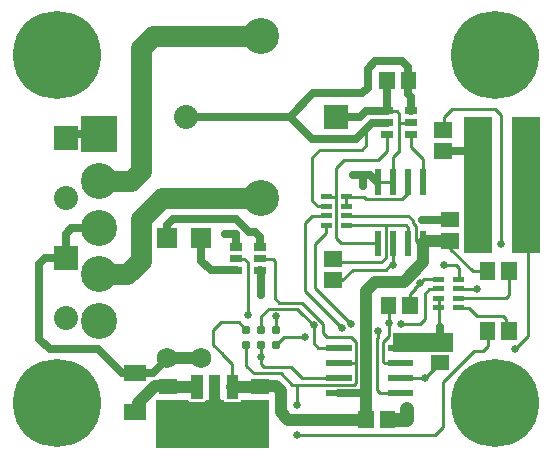
<source format=gbr>
G04 start of page 2 for group 0 idx 0 *
G04 Title: (unknown), top *
G04 Creator: pcb 20140316 *
G04 CreationDate: Wed 15 Apr 2020 03:26:38 PM GMT UTC *
G04 For: railfan *
G04 Format: Gerber/RS-274X *
G04 PCB-Dimensions (mil): 1800.00 1500.00 *
G04 PCB-Coordinate-Origin: lower left *
%MOIN*%
%FSLAX25Y25*%
%LNTOP*%
%ADD35C,0.0390*%
%ADD34C,0.0380*%
%ADD33C,0.0600*%
%ADD32C,0.1285*%
%ADD31C,0.0480*%
%ADD30C,0.0120*%
%ADD29C,0.0260*%
%ADD28C,0.0310*%
%ADD27R,0.0200X0.0200*%
%ADD26R,0.0550X0.0550*%
%ADD25R,0.0945X0.0945*%
%ADD24R,0.0378X0.0378*%
%ADD23R,0.0512X0.0512*%
%ADD22R,0.0167X0.0167*%
%ADD21R,0.0240X0.0240*%
%ADD20C,0.0680*%
%ADD19C,0.1200*%
%ADD18C,0.2937*%
%ADD17C,0.0800*%
%ADD16C,0.0700*%
%ADD15C,0.0450*%
%ADD14C,0.0400*%
%ADD13C,0.0100*%
%ADD12C,0.0250*%
%ADD11C,0.0001*%
G54D11*G36*
X50000Y18000D02*X60579D01*
X60631Y17874D01*
X60730Y17713D01*
X60853Y17570D01*
X60996Y17447D01*
X61158Y17348D01*
X61332Y17276D01*
X61516Y17232D01*
X61704Y17221D01*
X65672Y17232D01*
X65856Y17276D01*
X66030Y17348D01*
X66192Y17447D01*
X66335Y17570D01*
X66458Y17713D01*
X66556Y17874D01*
X66609Y18000D01*
X72391D01*
X72443Y17874D01*
X72542Y17713D01*
X72665Y17570D01*
X72808Y17447D01*
X72970Y17348D01*
X73144Y17276D01*
X73328Y17232D01*
X73516Y17221D01*
X77484Y17232D01*
X77668Y17276D01*
X77842Y17348D01*
X78004Y17447D01*
X78147Y17570D01*
X78270Y17713D01*
X78368Y17874D01*
X78421Y18000D01*
X87500D01*
Y2000D01*
X50000D01*
Y18000D01*
G37*
G36*
X129000Y40500D02*X140500D01*
Y34000D01*
X129000D01*
Y39441D01*
X129005Y39500D01*
X129000Y39559D01*
Y40500D01*
G37*
G36*
X137500D02*X149000D01*
Y34000D01*
X147637D01*
X147609Y34007D01*
X147452Y34016D01*
X141391Y34007D01*
X141363Y34000D01*
X137500D01*
Y40500D01*
G37*
G36*
X178000Y67000D02*X168500D01*
Y112500D01*
X178000D01*
Y67000D01*
G37*
G36*
X162000D02*X152500D01*
Y112500D01*
X162000D01*
Y67000D01*
G37*
G54D12*X126800Y114400D02*X119900D01*
G54D13*X126900D02*X130100D01*
G54D12*X119900D02*X118000Y112500D01*
X110000D01*
X60000D02*X94500D01*
G54D13*X130100Y114400D02*X131000Y113500D01*
G54D12*X126800Y110500D02*X122000D01*
G54D13*X127000Y106400D02*X126800Y106600D01*
G54D12*X122000Y110500D02*X116500Y105000D01*
G54D13*X120000Y108500D02*Y103000D01*
G54D12*X116500Y105000D02*X102000D01*
X99000Y108000D01*
X94500Y112500D02*X100500Y106500D01*
X94500Y112500D02*X102000Y120000D01*
X102250Y120250D02*X118750D01*
X120500Y122000D01*
G54D13*X113348Y85724D02*Y82575D01*
Y85724D02*X119276D01*
X120000Y85000D01*
X110000Y72000D02*Y95500D01*
G54D12*X121250Y93000D02*X123500Y90750D01*
X121250Y93000D02*X115500D01*
X119000D02*Y89500D01*
G54D13*X106652Y82575D02*X103925D01*
X106652Y76276D02*Y73652D01*
X103000Y70000D01*
X106652Y79425D02*X101925D01*
X99500Y77000D01*
X103925Y82575D02*X102000Y84500D01*
Y99000D01*
X104500Y101500D01*
X113500Y98000D02*X124000D01*
X104500Y101500D02*X118500D01*
X120000Y103000D02*X118500Y101500D01*
X110000Y95500D02*X112500Y98000D01*
X116000D01*
X110000Y85700D02*X106676D01*
X106652Y85724D01*
X129000Y90750D02*Y99000D01*
X131000Y101000D01*
X130500Y100500D01*
X124000Y90750D02*X129000D01*
X124000Y98000D02*X127000Y101000D01*
X134000Y90750D02*Y87000D01*
X132000Y85000D01*
X120000D01*
G54D12*X156500Y101000D02*X145043D01*
G54D13*X124000Y70250D02*X111750D01*
X110000Y72000D01*
X113348Y76276D02*X129776D01*
X113348Y79425D02*X134075D01*
X116000Y64000D02*X121000D01*
X125000D02*X110043D01*
X115500Y61500D02*X125500D01*
G54D12*X138500Y78000D02*X147914D01*
X148000Y78086D01*
G54D14*Y71000D02*X139750D01*
X139000Y70250D01*
G54D13*X148000Y71000D02*Y68500D01*
X146000Y63000D02*X149500D01*
X150000D02*X148500D01*
X150848Y58224D02*Y62152D01*
X150000Y63000D01*
X144152Y58224D02*X139224D01*
X148000Y68500D02*X155500Y61000D01*
X133224Y76276D02*X134000Y75500D01*
Y70250D01*
X133224Y76276D02*X133250Y76250D01*
X134075Y79425D02*X135500Y78000D01*
Y77000D01*
X126500Y65500D02*Y76276D01*
X133224D01*
X139000Y70250D02*X137250D01*
X136500Y71000D01*
G54D14*X139000Y70250D02*Y64000D01*
X134750Y59750D01*
G54D13*X136500Y71000D02*Y76000D01*
X135500Y77000D01*
X125000Y64000D02*X126500Y65500D01*
X129000Y70250D02*Y63000D01*
X128000D01*
X126500Y61500D01*
X124543D01*
X80500Y64000D02*Y52000D01*
Y53500D02*Y46500D01*
X89500Y64500D02*Y52000D01*
X91000Y50500D01*
X98500D01*
X87500Y48500D02*X97000D01*
X102500Y43000D02*X98000Y47500D01*
X98500Y50500D02*X105500Y43500D01*
X85000Y41500D02*Y46000D01*
X97000Y48500D02*X99000Y46500D01*
X90000Y46000D02*Y41500D01*
X99500Y54500D02*X112000Y42000D01*
X103000Y55500D02*X111000Y47500D01*
X75406Y22358D02*Y30094D01*
X72000Y33500D01*
X69000Y36500D02*X72250Y33250D01*
X80000Y36500D02*Y29500D01*
X82500Y27000D01*
X80000Y41500D02*X77500Y44000D01*
X71500D01*
X69000Y41500D01*
Y36500D01*
X90000D02*X92500Y39000D01*
G54D14*X75406Y22406D02*X84363D01*
X84500Y22543D01*
X91500Y21000D02*Y14000D01*
X94000Y11500D01*
G54D13*X97000Y16500D02*Y23000D01*
X96900Y23100D01*
G54D14*X84500Y22543D02*X89957D01*
X91500Y21000D01*
G54D13*X82500Y27000D02*X91500D01*
X95400Y23100D02*X91500Y27000D01*
X87000D01*
X96500Y27500D02*X98500Y25500D01*
X85000Y30000D02*X86000Y29000D01*
X95000D01*
X97500Y26500D01*
X85000Y30000D02*Y36500D01*
X92500Y39000D02*X99500D01*
X98500Y25500D02*X110950D01*
X112400Y23100D02*X98800D01*
X102600D02*X95400D01*
G54D14*X119957Y11457D02*X94043D01*
X92750Y12750D01*
G54D13*X110950Y35500D02*X104000D01*
X102500Y37000D01*
Y43000D01*
X105500Y43500D02*Y40500D01*
X107000Y39000D01*
X115000D01*
X116500Y37500D01*
X115000Y43500D02*X110750Y47750D01*
X116500Y37500D02*Y24000D01*
X111900Y23100D02*X115800D01*
X116500Y23800D01*
Y24500D01*
Y30500D02*X110950D01*
G54D12*Y20500D02*X119957D01*
G54D14*Y11500D02*Y47457D01*
G54D13*X139000Y90750D02*Y98500D01*
X135000Y102500D01*
Y106600D01*
X131000Y113500D02*Y101000D01*
X127000D02*Y106400D01*
X146000Y108000D02*Y112500D01*
X148500Y115000D01*
X163000D01*
X165000Y113000D01*
Y70000D01*
X135000Y110500D02*X131000D01*
G54D12*X135000Y119000D02*Y114400D01*
X126957Y114443D02*X127000Y114400D01*
X132000Y131000D02*X134000Y129000D01*
X123000Y131000D02*X132000D01*
X133000Y130000D01*
X134000Y129000D02*Y124543D01*
X134043Y124500D02*Y119957D01*
X135000Y119000D01*
X126957Y124500D02*Y114443D01*
X134000Y124543D02*X134043Y124500D01*
X120500Y122000D02*Y128500D01*
X123000Y131000D01*
G54D13*X97000Y6500D02*X143000D01*
X123500Y21500D02*X124500Y20500D01*
X131450Y25500D02*X139543D01*
X124000Y39000D02*X123500Y38500D01*
Y21500D01*
X143000Y6500D02*X145500Y9000D01*
Y24000D01*
G54D15*X133500Y15000D02*Y11500D01*
X127543D01*
G54D13*X124500Y20500D02*X131450D01*
X125500Y37500D02*Y31000D01*
X126000Y30500D01*
X131450D01*
X109000Y57957D02*X111957D01*
X115500Y61500D01*
G54D14*X119957Y46543D02*Y54457D01*
X123000Y57500D01*
X132500D01*
X136500Y61500D01*
G54D13*X139224Y58224D02*X136000Y55000D01*
X144152Y55075D02*X141075D01*
X139500Y53500D01*
X127457Y49500D02*Y43543D01*
X139500Y53500D02*Y45000D01*
X145500Y24000D02*X156000Y34500D01*
X169500Y35000D02*X171500Y37000D01*
X160457Y35957D02*X159000Y34500D01*
X156000D01*
X154000Y32500D01*
X173900Y39400D02*X169500Y35000D01*
X139543Y25500D02*X144500Y30457D01*
X134500Y49457D02*X134543Y49500D01*
X134500Y48500D02*Y53500D01*
X136500Y55500D01*
X144152Y51925D02*Y42848D01*
X139500Y45000D02*X138000Y43500D01*
X127457Y43543D02*X127500Y43500D01*
X124000Y41000D02*Y39000D01*
X127500Y43500D02*Y39500D01*
X125500Y37500D01*
G54D12*X144500Y37543D02*Y42500D01*
G54D13*X144152Y42848D02*X144500Y42500D01*
X138000Y43500D02*X131500D01*
X173900Y77550D02*Y39400D01*
X150848Y48776D02*X154224D01*
X157000Y46000D01*
X165500D02*X166500Y45000D01*
X167500Y53000D02*Y60957D01*
X167543Y61000D01*
X166500Y45000D02*Y41043D01*
X166543Y41000D01*
X160457D02*Y35957D01*
X157000Y46000D02*X165500D01*
X150848Y51925D02*X166425D01*
X167500Y53000D01*
X150848Y55075D02*X156925D01*
X157000Y55000D01*
X155500Y61000D02*X160457D01*
G54D16*X52000Y85500D02*X85000D01*
G54D12*X53500Y72000D02*Y76500D01*
X55500Y78500D01*
X76500D01*
X68300Y61200D02*X65000Y64500D01*
Y72000D01*
G54D13*X79400Y65100D02*X80500Y64000D01*
X84700Y65100D02*X88900D01*
X89500Y64500D01*
G54D12*X76500Y69000D02*Y73500D01*
X73000D01*
X84500Y72500D02*Y69200D01*
X84700Y69000D01*
G54D13*X76500Y65100D02*X79400D01*
G54D12*X76500Y78500D02*X81000Y74000D01*
X83000D01*
X84500Y72500D01*
X76500Y61200D02*X68300D01*
X85000Y53000D02*Y60900D01*
X84700Y61200D01*
G54D13*X99500Y77000D02*Y54500D01*
X103000Y70000D02*Y55500D01*
G54D12*X31000Y106700D02*X21200D01*
X20000Y105500D01*
G54D16*X45000Y94500D02*Y135500D01*
X49000Y139500D01*
X85000D01*
G54D12*X20000Y73500D02*X22000Y75500D01*
X31000D01*
X20000Y65500D02*Y73500D01*
X21750Y75250D01*
G54D16*X40400Y59900D02*X45000Y64500D01*
G54D12*X29800Y45500D02*X31000Y44300D01*
G54D16*Y91100D02*X41600D01*
X45000Y94500D01*
X31000Y59900D02*X40400D01*
X45000Y64500D02*Y78500D01*
X52000Y85500D01*
G54D13*X54000Y72000D02*Y71500D01*
X85000Y46000D02*X87500Y48500D01*
G54D12*X49000Y27000D02*X42084D01*
X42000Y27084D01*
X43000Y27000D02*X38500D01*
X30500Y35000D01*
X26000D01*
X11000Y41000D02*Y63500D01*
X13000Y65500D01*
X20000D01*
X27000Y35000D02*X14500D01*
X11000Y38500D01*
Y46500D01*
X54000Y32000D02*X49000Y27000D01*
G54D14*X53500Y32000D02*X65000D01*
X63594Y22358D02*X54185D01*
X54000Y22543D01*
X49543D01*
X44000Y17000D01*
Y15000D01*
X43000Y14000D01*
G54D17*X60000Y112500D03*
G54D18*X17000Y133000D03*
G54D11*G36*
X25000Y112700D02*Y100700D01*
X37000D01*
Y112700D01*
X25000D01*
G37*
G54D19*X31000Y91100D03*
G54D11*G36*
X16000Y109500D02*Y101500D01*
X24000D01*
Y109500D01*
X16000D01*
G37*
G36*
X106000Y116500D02*Y108500D01*
X114000D01*
Y116500D01*
X106000D01*
G37*
G54D19*X85000Y85500D03*
Y139500D03*
G54D18*X163000Y133000D03*
X17000Y17000D03*
G54D19*X31000Y75500D03*
Y59900D03*
Y44300D03*
G54D11*G36*
X16000Y69500D02*Y61500D01*
X24000D01*
Y69500D01*
X16000D01*
G37*
G54D17*X20000Y45500D03*
Y85500D03*
G54D11*G36*
X50100Y75400D02*Y68600D01*
X56900D01*
Y75400D01*
X50100D01*
G37*
G36*
X61600D02*Y68600D01*
X68400D01*
Y75400D01*
X61600D01*
G37*
G54D20*X53500Y32000D03*
G54D18*X163000Y17000D03*
G54D20*X65000Y32000D03*
G54D21*X75700Y69000D02*X77300D01*
X75700Y65100D02*X77300D01*
X75700Y61200D02*X77300D01*
X83900D02*X85500D01*
X83900Y65100D02*X85500D01*
X83900Y69000D02*X85500D01*
G54D22*X105717Y85724D02*X107587D01*
X112413D02*X114283D01*
X105717Y82575D02*X107587D01*
X105717Y79425D02*X107587D01*
X105717Y76276D02*X107587D01*
X112413D02*X114283D01*
X112413Y79425D02*X114283D01*
X112413Y82575D02*X114283D01*
G54D23*X108607Y57957D02*X109393D01*
X108607Y65043D02*X109393D01*
G54D24*X63594Y24405D02*Y20311D01*
G54D23*X53607Y22543D02*X54393D01*
G54D24*X75406Y24405D02*Y20311D01*
X69500Y24405D02*Y12595D01*
G54D25*Y10861D02*Y8971D01*
G54D11*G36*
X71385Y18426D02*X74225Y15586D01*
X72805Y14166D01*
X69965Y17006D01*
X71385Y18426D01*
G37*
G36*
X64775Y15586D02*X67615Y18426D01*
X69035Y17006D01*
X66195Y14166D01*
X64775Y15586D01*
G37*
G54D23*X53607Y15457D02*X54393D01*
G54D26*X42000Y14000D02*X44000D01*
X42000Y27000D02*X44000D01*
G54D27*X139000Y94000D02*Y87500D01*
G54D23*X147607Y78086D02*X148393D01*
X145107Y100957D02*X145893D01*
X145107Y108043D02*X145893D01*
G54D27*X134000Y94000D02*Y87500D01*
X129000Y94000D02*Y87500D01*
X124000Y94000D02*Y87500D01*
Y73500D02*Y67000D01*
X129000Y73500D02*Y67000D01*
X134000Y73500D02*Y67000D01*
G54D23*X134043Y124893D02*Y124107D01*
X126957Y124893D02*Y124107D01*
G54D21*X126000Y114400D02*X127600D01*
X134200D02*X135800D01*
X126000Y110500D02*X127600D01*
X126000Y106600D02*X127600D01*
X134200D02*X135800D01*
X134200Y110500D02*X135800D01*
G54D26*X156100Y108850D02*Y106050D01*
X173900Y108850D02*Y106050D01*
G54D27*X139000Y73500D02*Y67000D01*
G54D23*X147607Y71000D02*X148393D01*
G54D26*X156100Y72950D02*Y70150D01*
X173900Y72950D02*Y70150D01*
G54D22*X149913Y48776D02*X151783D01*
X149913Y51925D02*X151783D01*
X149913Y55075D02*X151783D01*
X149913Y58224D02*X151783D01*
X143217D02*X145087D01*
X143217Y55075D02*X145087D01*
X143217Y51925D02*X145087D01*
X143217Y48776D02*X145087D01*
G54D23*X144107Y30457D02*X144893D01*
X144107Y37543D02*X144893D01*
X167543Y61393D02*Y60607D01*
Y41393D02*Y40607D01*
X160457Y61393D02*Y60607D01*
Y41393D02*Y40607D01*
G54D27*X128200Y20500D02*X134700D01*
X128200Y25500D02*X134700D01*
X128200Y30500D02*X134700D01*
X128200Y35500D02*X134700D01*
X107700D02*X114200D01*
X107700Y30500D02*X114200D01*
X107700Y25500D02*X114200D01*
X107700Y20500D02*X114200D01*
G54D23*X119957Y11893D02*Y11107D01*
X127043Y11893D02*Y11107D01*
X127457Y49893D02*Y49107D01*
X134543Y49893D02*Y49107D01*
X84107Y22543D02*X84893D01*
X84107Y15457D02*X84893D01*
G54D28*X80000Y36500D03*
Y41500D03*
X85000Y36500D03*
Y41500D03*
X90000Y36500D03*
Y41500D03*
G54D29*X73000Y73500D03*
X142000Y78000D03*
X138500D03*
X76500Y73500D03*
X119000Y89500D03*
Y93000D03*
X115500D03*
X154500Y99500D03*
X160000D03*
Y79000D03*
Y89500D03*
X78000Y4500D03*
Y8000D03*
Y11500D03*
X97000Y6500D03*
X81500Y4500D03*
Y8000D03*
X61000Y4500D03*
Y8000D03*
Y11500D03*
Y15000D03*
X57500Y4500D03*
Y8000D03*
X78000Y15000D03*
X85000Y32500D03*
X97000Y16500D03*
X85000Y56500D03*
Y53000D03*
X90000Y46000D03*
X80500Y46500D03*
X115000Y43500D03*
X133500Y11500D03*
X139543Y25500D03*
X133500Y15000D03*
X131500Y43500D03*
X129000Y63000D03*
X146000D03*
X138000Y57000D03*
X157000Y55000D03*
X99500Y39000D03*
X112000Y42000D03*
X124000Y41000D03*
X102500Y43000D03*
X169500Y35000D03*
X165000Y70000D03*
X127457Y43543D03*
X130500Y39000D03*
X134000D03*
X138500D03*
Y35500D03*
G54D30*G54D31*G54D32*G54D33*G54D31*G54D20*G54D32*G54D33*G54D31*G54D34*G54D32*G54D34*G54D35*M02*

</source>
